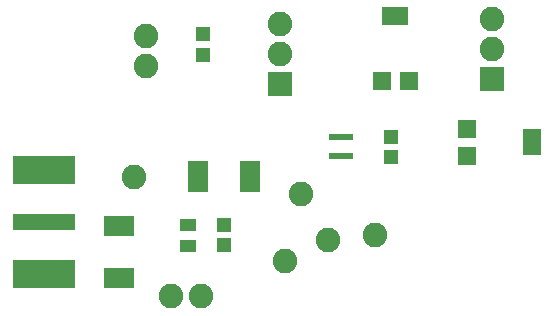
<source format=gts>
G75*
%MOIN*%
%OFA0B0*%
%FSLAX25Y25*%
%IPPOS*%
%LPD*%
%AMOC8*
5,1,8,0,0,1.08239X$1,22.5*
%
%ADD10R,0.04737X0.05131*%
%ADD11R,0.05524X0.03950*%
%ADD12C,0.08200*%
%ADD13R,0.05918X0.05918*%
%ADD14R,0.08674X0.05918*%
%ADD15R,0.02500X0.06700*%
%ADD16R,0.05918X0.08674*%
%ADD17R,0.20800X0.05300*%
%ADD18R,0.20800X0.09800*%
%ADD19R,0.02004X0.02408*%
%ADD20R,0.02004X0.02401*%
%ADD21R,0.06700X0.02500*%
%ADD22R,0.08200X0.08200*%
D10*
X0149854Y0067882D03*
X0149854Y0074575D03*
X0205563Y0097331D03*
X0205563Y0104024D03*
X0143082Y0131425D03*
X0143082Y0138118D03*
D11*
X0137885Y0074693D03*
X0137885Y0067606D03*
D12*
X0142295Y0050874D03*
X0132295Y0050874D03*
X0170405Y0062606D03*
X0184460Y0069575D03*
X0200248Y0071228D03*
X0175484Y0084929D03*
X0119972Y0090638D03*
X0124106Y0127528D03*
X0124106Y0137528D03*
X0168731Y0141543D03*
X0168731Y0131543D03*
X0239243Y0133197D03*
X0239243Y0143197D03*
D13*
X0211586Y0122567D03*
X0202531Y0122567D03*
X0230878Y0106740D03*
X0230878Y0097685D03*
D14*
X0207059Y0144221D03*
D15*
X0118772Y0074238D03*
X0116272Y0074238D03*
X0113672Y0074238D03*
X0111172Y0074238D03*
X0111172Y0057038D03*
X0113672Y0057038D03*
X0116272Y0057038D03*
X0118772Y0057038D03*
D16*
X0252531Y0102213D03*
D17*
X0090072Y0075638D03*
D18*
X0090072Y0058238D03*
X0090072Y0093038D03*
D19*
X0185956Y0097449D03*
X0187925Y0097449D03*
X0191862Y0097449D03*
X0191862Y0103945D03*
X0189893Y0103945D03*
X0187925Y0103945D03*
X0185956Y0103945D03*
D20*
X0189893Y0097449D03*
D21*
X0158572Y0094438D03*
X0158572Y0091938D03*
X0158572Y0089338D03*
X0158572Y0086838D03*
X0141372Y0086838D03*
X0141372Y0089338D03*
X0141372Y0091938D03*
X0141372Y0094438D03*
D22*
X0168731Y0121543D03*
X0239243Y0123197D03*
M02*

</source>
